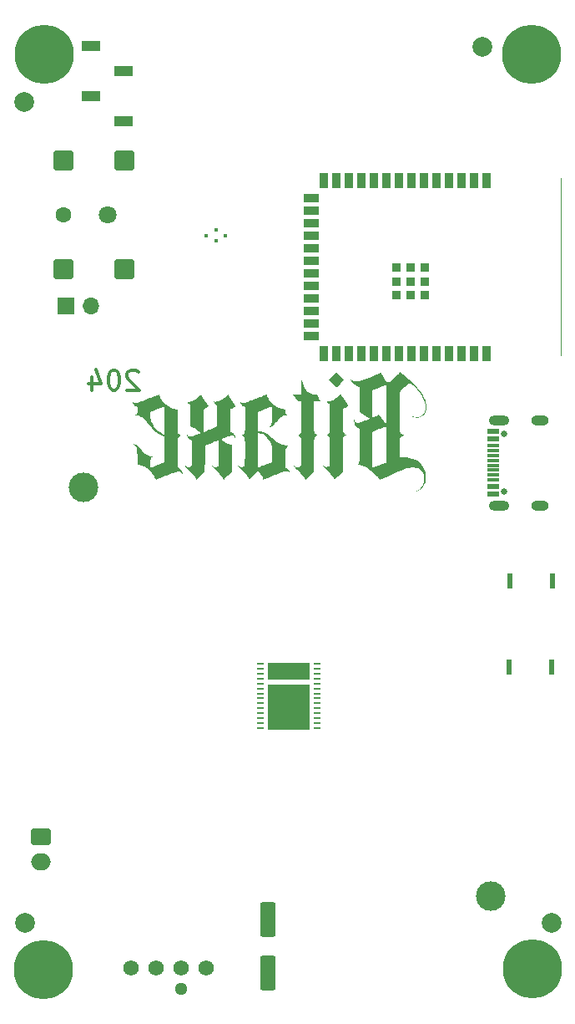
<source format=gbr>
%TF.GenerationSoftware,KiCad,Pcbnew,8.0.1*%
%TF.CreationDate,2024-04-16T22:47:58+08:00*%
%TF.ProjectId,bitaxeUltra,62697461-7865-4556-9c74-72612e6b6963,rev?*%
%TF.SameCoordinates,Original*%
%TF.FileFunction,Soldermask,Bot*%
%TF.FilePolarity,Negative*%
%FSLAX46Y46*%
G04 Gerber Fmt 4.6, Leading zero omitted, Abs format (unit mm)*
G04 Created by KiCad (PCBNEW 8.0.1) date 2024-04-16 22:47:58*
%MOMM*%
%LPD*%
G01*
G04 APERTURE LIST*
G04 Aperture macros list*
%AMRoundRect*
0 Rectangle with rounded corners*
0 $1 Rounding radius*
0 $2 $3 $4 $5 $6 $7 $8 $9 X,Y pos of 4 corners*
0 Add a 4 corners polygon primitive as box body*
4,1,4,$2,$3,$4,$5,$6,$7,$8,$9,$2,$3,0*
0 Add four circle primitives for the rounded corners*
1,1,$1+$1,$2,$3*
1,1,$1+$1,$4,$5*
1,1,$1+$1,$6,$7*
1,1,$1+$1,$8,$9*
0 Add four rect primitives between the rounded corners*
20,1,$1+$1,$2,$3,$4,$5,0*
20,1,$1+$1,$4,$5,$6,$7,0*
20,1,$1+$1,$6,$7,$8,$9,0*
20,1,$1+$1,$8,$9,$2,$3,0*%
G04 Aperture macros list end*
%ADD10C,0.300000*%
%ADD11C,0.120000*%
%ADD12C,0.000000*%
%ADD13C,3.000000*%
%ADD14C,0.800000*%
%ADD15C,6.000000*%
%ADD16C,0.400000*%
%ADD17C,1.295400*%
%ADD18C,1.574800*%
%ADD19R,1.900000X1.000000*%
%ADD20C,2.000000*%
%ADD21R,1.700000X1.700000*%
%ADD22O,1.700000X1.700000*%
%ADD23C,0.650000*%
%ADD24R,1.150000X0.600000*%
%ADD25R,1.150000X0.300000*%
%ADD26O,1.800000X1.000000*%
%ADD27O,2.100000X1.000000*%
%ADD28R,0.900000X1.500000*%
%ADD29R,1.500000X0.900000*%
%ADD30R,0.900000X0.900000*%
%ADD31R,0.792000X0.221000*%
%ADD32R,4.277000X1.810000*%
%ADD33R,4.277000X4.530000*%
%ADD34RoundRect,0.250000X-0.550000X1.500000X-0.550000X-1.500000X0.550000X-1.500000X0.550000X1.500000X0*%
%ADD35C,1.600000*%
%ADD36C,1.800000*%
%ADD37RoundRect,0.250000X0.750000X-0.750000X0.750000X0.750000X-0.750000X0.750000X-0.750000X-0.750000X0*%
%ADD38R,0.508000X1.524000*%
%ADD39RoundRect,0.250000X-0.750000X0.600000X-0.750000X-0.600000X0.750000X-0.600000X0.750000X0.600000X0*%
%ADD40O,2.000000X1.700000*%
G04 APERTURE END LIST*
D10*
X90353679Y-83274114D02*
X90258441Y-83178876D01*
X90258441Y-83178876D02*
X90067965Y-83083638D01*
X90067965Y-83083638D02*
X89591774Y-83083638D01*
X89591774Y-83083638D02*
X89401298Y-83178876D01*
X89401298Y-83178876D02*
X89306060Y-83274114D01*
X89306060Y-83274114D02*
X89210822Y-83464590D01*
X89210822Y-83464590D02*
X89210822Y-83655066D01*
X89210822Y-83655066D02*
X89306060Y-83940780D01*
X89306060Y-83940780D02*
X90448917Y-85083638D01*
X90448917Y-85083638D02*
X89210822Y-85083638D01*
X87972727Y-83083638D02*
X87782250Y-83083638D01*
X87782250Y-83083638D02*
X87591774Y-83178876D01*
X87591774Y-83178876D02*
X87496536Y-83274114D01*
X87496536Y-83274114D02*
X87401298Y-83464590D01*
X87401298Y-83464590D02*
X87306060Y-83845542D01*
X87306060Y-83845542D02*
X87306060Y-84321733D01*
X87306060Y-84321733D02*
X87401298Y-84702685D01*
X87401298Y-84702685D02*
X87496536Y-84893161D01*
X87496536Y-84893161D02*
X87591774Y-84988400D01*
X87591774Y-84988400D02*
X87782250Y-85083638D01*
X87782250Y-85083638D02*
X87972727Y-85083638D01*
X87972727Y-85083638D02*
X88163203Y-84988400D01*
X88163203Y-84988400D02*
X88258441Y-84893161D01*
X88258441Y-84893161D02*
X88353679Y-84702685D01*
X88353679Y-84702685D02*
X88448917Y-84321733D01*
X88448917Y-84321733D02*
X88448917Y-83845542D01*
X88448917Y-83845542D02*
X88353679Y-83464590D01*
X88353679Y-83464590D02*
X88258441Y-83274114D01*
X88258441Y-83274114D02*
X88163203Y-83178876D01*
X88163203Y-83178876D02*
X87972727Y-83083638D01*
X85591774Y-83750304D02*
X85591774Y-85083638D01*
X86067965Y-82988400D02*
X86544155Y-84416971D01*
X86544155Y-84416971D02*
X85306060Y-84416971D01*
D11*
%TO.C,U12*%
X133180000Y-81610000D02*
X133180000Y-63610000D01*
D12*
%TO.C,G\u002A\u002A\u002A*%
G36*
X110835225Y-83669191D02*
G01*
X111225774Y-84059740D01*
X110840646Y-84445290D01*
X110743775Y-84541920D01*
X110649131Y-84635592D01*
X110567917Y-84715197D01*
X110504115Y-84776859D01*
X110461707Y-84816699D01*
X110444677Y-84830841D01*
X110429633Y-84818501D01*
X110388808Y-84780268D01*
X110326321Y-84719953D01*
X110246154Y-84641434D01*
X110152289Y-84548587D01*
X110048708Y-84445290D01*
X109663579Y-84059740D01*
X110054128Y-83669191D01*
X110444677Y-83278642D01*
X110835225Y-83669191D01*
G37*
G36*
X106952962Y-84218195D02*
G01*
X107012788Y-84384727D01*
X107130174Y-84656382D01*
X107260097Y-84893409D01*
X107401616Y-85094547D01*
X107553792Y-85258537D01*
X107715685Y-85384116D01*
X107886356Y-85470027D01*
X107916657Y-85479077D01*
X107996489Y-85494470D01*
X108098933Y-85507422D01*
X108211773Y-85516200D01*
X108448024Y-85528872D01*
X108633717Y-85851383D01*
X108687239Y-85945026D01*
X108740061Y-86039000D01*
X108781920Y-86115205D01*
X108809482Y-86167559D01*
X108819410Y-86189981D01*
X108812654Y-86193248D01*
X108772106Y-86198329D01*
X108701063Y-86202393D01*
X108606604Y-86205090D01*
X108495806Y-86206067D01*
X108172203Y-86206067D01*
X108178046Y-87763614D01*
X108179056Y-88029567D01*
X108180108Y-88286071D01*
X108181182Y-88506491D01*
X108182369Y-88693760D01*
X108183761Y-88850811D01*
X108185446Y-88980576D01*
X108187518Y-89085988D01*
X108190065Y-89169980D01*
X108193180Y-89235484D01*
X108196952Y-89285434D01*
X108201474Y-89322762D01*
X108206835Y-89350400D01*
X108213126Y-89371282D01*
X108220439Y-89388341D01*
X108228864Y-89404508D01*
X108261787Y-89457864D01*
X108349332Y-89557893D01*
X108450475Y-89629877D01*
X108508694Y-89659932D01*
X108417585Y-89713326D01*
X108319765Y-89792653D01*
X108242377Y-89900266D01*
X108195128Y-90023485D01*
X108193591Y-90033321D01*
X108189824Y-90086905D01*
X108186397Y-90179408D01*
X108183334Y-90308844D01*
X108180661Y-90473224D01*
X108178401Y-90670562D01*
X108176578Y-90898870D01*
X108175218Y-91156162D01*
X108174344Y-91440449D01*
X108173980Y-91749745D01*
X108173471Y-93386531D01*
X107742630Y-93787538D01*
X107311790Y-94188545D01*
X107277386Y-94097910D01*
X107247290Y-94032073D01*
X107177868Y-93916154D01*
X107082976Y-93783702D01*
X106967059Y-93640128D01*
X106834561Y-93490847D01*
X106689927Y-93341272D01*
X106537600Y-93196816D01*
X106483754Y-93146978D01*
X106402109Y-93067371D01*
X106327474Y-92990122D01*
X106262576Y-92918696D01*
X106210143Y-92856560D01*
X106172904Y-92807181D01*
X106153586Y-92774024D01*
X106154918Y-92760556D01*
X106179628Y-92770243D01*
X106230444Y-92806551D01*
X106299366Y-92857410D01*
X106369454Y-92896819D01*
X106436950Y-92916253D01*
X106516137Y-92921454D01*
X106532152Y-92921097D01*
X106642284Y-92901731D01*
X106745371Y-92857661D01*
X106824867Y-92795630D01*
X106826684Y-92793536D01*
X106833773Y-92782700D01*
X106839814Y-92766544D01*
X106844873Y-92742039D01*
X106849018Y-92706155D01*
X106852314Y-92655863D01*
X106854829Y-92588133D01*
X106856628Y-92499937D01*
X106857778Y-92388244D01*
X106858346Y-92250025D01*
X106858398Y-92082251D01*
X106858000Y-91881892D01*
X106857219Y-91645920D01*
X106856122Y-91371304D01*
X106850337Y-89987937D01*
X106790861Y-89886750D01*
X106733692Y-89809469D01*
X106627929Y-89721251D01*
X106524473Y-89656939D01*
X106595168Y-89620671D01*
X106660367Y-89577358D01*
X106737556Y-89503287D01*
X106800898Y-89418954D01*
X106838416Y-89338263D01*
X106840403Y-89327806D01*
X106845101Y-89272011D01*
X106849184Y-89174805D01*
X106852651Y-89036374D01*
X106855498Y-88856905D01*
X106857723Y-88636583D01*
X106859323Y-88375593D01*
X106860296Y-88074124D01*
X106860639Y-87732359D01*
X106860755Y-86206067D01*
X106708307Y-86206067D01*
X106555859Y-86206067D01*
X106282673Y-85867470D01*
X106009487Y-85528872D01*
X106435121Y-85523240D01*
X106860755Y-85517608D01*
X106861024Y-84731444D01*
X106861292Y-83945279D01*
X106952962Y-84218195D01*
G37*
G36*
X110875684Y-85508401D02*
G01*
X110901173Y-85546235D01*
X110945271Y-85612062D01*
X111005209Y-85701741D01*
X111078222Y-85811131D01*
X111161542Y-85936090D01*
X111252402Y-86072478D01*
X111628268Y-86636921D01*
X111578013Y-86701135D01*
X111533263Y-86747758D01*
X111443903Y-86815237D01*
X111334780Y-86877924D01*
X111218190Y-86928062D01*
X111111453Y-86965971D01*
X111111453Y-88107771D01*
X111111446Y-88275760D01*
X111111559Y-88507622D01*
X111112114Y-88703489D01*
X111113445Y-88866832D01*
X111115885Y-89001120D01*
X111119767Y-89109823D01*
X111125425Y-89196412D01*
X111133192Y-89264355D01*
X111143400Y-89317123D01*
X111156384Y-89358185D01*
X111172477Y-89391011D01*
X111192011Y-89419071D01*
X111215321Y-89445835D01*
X111242739Y-89474772D01*
X111256864Y-89488805D01*
X111322178Y-89541654D01*
X111387734Y-89580913D01*
X111466066Y-89616790D01*
X111381498Y-89654924D01*
X111375494Y-89657712D01*
X111281872Y-89720387D01*
X111198671Y-89808646D01*
X111140101Y-89907615D01*
X111138050Y-89913353D01*
X111132956Y-89936914D01*
X111128511Y-89974168D01*
X111124674Y-90027659D01*
X111121401Y-90099929D01*
X111118649Y-90193524D01*
X111116374Y-90310985D01*
X111114534Y-90454858D01*
X111113085Y-90627686D01*
X111111983Y-90832012D01*
X111111187Y-91070380D01*
X111110652Y-91345334D01*
X111110335Y-91659417D01*
X111109217Y-93342654D01*
X110688391Y-93742728D01*
X110674494Y-93755934D01*
X110565705Y-93858938D01*
X110467267Y-93951493D01*
X110383136Y-94029930D01*
X110317265Y-94090579D01*
X110273609Y-94129771D01*
X110256123Y-94143836D01*
X110253726Y-94142893D01*
X110237968Y-94118544D01*
X110218096Y-94071351D01*
X110201334Y-94030446D01*
X110153397Y-93941437D01*
X110083781Y-93838666D01*
X109990413Y-93719559D01*
X109871219Y-93581541D01*
X109724123Y-93422036D01*
X109547051Y-93238470D01*
X109543132Y-93234475D01*
X109396872Y-93084228D01*
X109277197Y-92958886D01*
X109184596Y-92859026D01*
X109119552Y-92785223D01*
X109082554Y-92738053D01*
X109074086Y-92718092D01*
X109094636Y-92725916D01*
X109144690Y-92762100D01*
X109161332Y-92775007D01*
X109222126Y-92820072D01*
X109267670Y-92847117D01*
X109311821Y-92863145D01*
X109368432Y-92875156D01*
X109424247Y-92880245D01*
X109532354Y-92868158D01*
X109635541Y-92832791D01*
X109716601Y-92778902D01*
X109777901Y-92720173D01*
X109777784Y-91364474D01*
X109777450Y-91061641D01*
X109776407Y-90777058D01*
X109774652Y-90533703D01*
X109772182Y-90331350D01*
X109768993Y-90169770D01*
X109765081Y-90048738D01*
X109760444Y-89968026D01*
X109755076Y-89927406D01*
X109729641Y-89873164D01*
X109684106Y-89807892D01*
X109627056Y-89741021D01*
X109567001Y-89681715D01*
X109512452Y-89639140D01*
X109471918Y-89622460D01*
X109461738Y-89621456D01*
X109460241Y-89611288D01*
X109496605Y-89588775D01*
X109590651Y-89524440D01*
X109677420Y-89436473D01*
X109738314Y-89341998D01*
X109739156Y-89340168D01*
X109746794Y-89321373D01*
X109753334Y-89298885D01*
X109758862Y-89269539D01*
X109763465Y-89230169D01*
X109767229Y-89177612D01*
X109770239Y-89108701D01*
X109772582Y-89020272D01*
X109774344Y-88909160D01*
X109775610Y-88772200D01*
X109776467Y-88606226D01*
X109777001Y-88408073D01*
X109777298Y-88174578D01*
X109777443Y-87902574D01*
X109777901Y-86546497D01*
X109723429Y-86517344D01*
X109717003Y-86513566D01*
X109670874Y-86477206D01*
X109611948Y-86421367D01*
X109551012Y-86357292D01*
X109498855Y-86296221D01*
X109466268Y-86249396D01*
X109462396Y-86239552D01*
X109467939Y-86227474D01*
X109494743Y-86220368D01*
X109549610Y-86216913D01*
X109639339Y-86215787D01*
X109644743Y-86215764D01*
X109745420Y-86213103D01*
X109821565Y-86204306D01*
X109889472Y-86186406D01*
X109965431Y-86156439D01*
X110083913Y-86098122D01*
X110261573Y-85989272D01*
X110451696Y-85850389D01*
X110649303Y-85684906D01*
X110675153Y-85662002D01*
X110750198Y-85596617D01*
X110811604Y-85544759D01*
X110853607Y-85511228D01*
X110870442Y-85500822D01*
X110875684Y-85508401D01*
G37*
G36*
X94321726Y-88203688D02*
G01*
X94327450Y-89345307D01*
X94390708Y-89447836D01*
X94449755Y-89524977D01*
X94562645Y-89615543D01*
X94671323Y-89680721D01*
X94606011Y-89707774D01*
X94543402Y-89739855D01*
X94442182Y-89826730D01*
X94366349Y-89945412D01*
X94317438Y-90050447D01*
X94317235Y-91492995D01*
X94317031Y-92935544D01*
X94374332Y-92949316D01*
X94504813Y-92999651D01*
X94623731Y-93085425D01*
X94720321Y-93199404D01*
X94789662Y-93335721D01*
X94826830Y-93488511D01*
X94839564Y-93592695D01*
X94798954Y-93519767D01*
X94767864Y-93468659D01*
X94696223Y-93385706D01*
X94612548Y-93336540D01*
X94509179Y-93315767D01*
X94396328Y-93317778D01*
X94279739Y-93339423D01*
X94277012Y-93340249D01*
X94230067Y-93356189D01*
X94151537Y-93384567D01*
X94045832Y-93423686D01*
X93917364Y-93471846D01*
X93770541Y-93527347D01*
X93609773Y-93588491D01*
X93439472Y-93653579D01*
X93264047Y-93720910D01*
X93087908Y-93788787D01*
X92915465Y-93855510D01*
X92751128Y-93919380D01*
X92599308Y-93978697D01*
X92464414Y-94031763D01*
X92350857Y-94076879D01*
X92263046Y-94112345D01*
X92205393Y-94136462D01*
X92182306Y-94147531D01*
X92156950Y-94162429D01*
X92123410Y-94161789D01*
X92108335Y-94137849D01*
X92107708Y-94130648D01*
X92092011Y-94080784D01*
X92058316Y-94005401D01*
X92010789Y-93911903D01*
X91953592Y-93807696D01*
X91890888Y-93700184D01*
X91826843Y-93596772D01*
X91765618Y-93504865D01*
X91711378Y-93431868D01*
X91633746Y-93341345D01*
X91428675Y-93144290D01*
X91199837Y-92976294D01*
X90952588Y-92840495D01*
X90692285Y-92740029D01*
X90424283Y-92678034D01*
X90264283Y-92653320D01*
X90251592Y-91883221D01*
X90250405Y-91812732D01*
X90246370Y-91603183D01*
X90241813Y-91429431D01*
X90236204Y-91286956D01*
X90229012Y-91171235D01*
X90219709Y-91077750D01*
X90207764Y-91001978D01*
X90192648Y-90939400D01*
X90173831Y-90885494D01*
X90150784Y-90835740D01*
X90122975Y-90785617D01*
X90120847Y-90782042D01*
X90055158Y-90699440D01*
X89968535Y-90624924D01*
X89878803Y-90573944D01*
X89873811Y-90570360D01*
X89893019Y-90568784D01*
X89941313Y-90573315D01*
X90042375Y-90597494D01*
X90160102Y-90644707D01*
X90275032Y-90706919D01*
X90371015Y-90776491D01*
X90398820Y-90803695D01*
X90454315Y-90864996D01*
X90523987Y-90947126D01*
X90601656Y-91042752D01*
X90681141Y-91144537D01*
X90734840Y-91213508D01*
X90818912Y-91317242D01*
X90899591Y-91412229D01*
X90969785Y-91490190D01*
X91022398Y-91542845D01*
X91062638Y-91577211D01*
X91215232Y-91682141D01*
X91381116Y-91762486D01*
X91549910Y-91813887D01*
X91711234Y-91831990D01*
X91805458Y-91831990D01*
X91727919Y-91884679D01*
X91726511Y-91885637D01*
X91680191Y-91919536D01*
X91644507Y-91954123D01*
X91617967Y-91995254D01*
X91599082Y-92048782D01*
X91586361Y-92120563D01*
X91578314Y-92216452D01*
X91573451Y-92342305D01*
X91570280Y-92503975D01*
X91570271Y-92504579D01*
X91568454Y-92654882D01*
X91568425Y-92767967D01*
X91570389Y-92848244D01*
X91574549Y-92900125D01*
X91581111Y-92928019D01*
X91590277Y-92936337D01*
X91591076Y-92936279D01*
X91620124Y-92927830D01*
X91682001Y-92906515D01*
X91771195Y-92874430D01*
X91882191Y-92833666D01*
X92009476Y-92786318D01*
X92147538Y-92734478D01*
X92290864Y-92680241D01*
X92433940Y-92625699D01*
X92571254Y-92572945D01*
X92697292Y-92524073D01*
X92806541Y-92481175D01*
X92893488Y-92446347D01*
X92952621Y-92421679D01*
X92978425Y-92409267D01*
X92980554Y-92406582D01*
X92985763Y-92388149D01*
X92990120Y-92351420D01*
X92993668Y-92293796D01*
X92996447Y-92212681D01*
X92998497Y-92105477D01*
X92999861Y-91969587D01*
X93000578Y-91802416D01*
X93000690Y-91601364D01*
X93000238Y-91363836D01*
X92999262Y-91087234D01*
X92993897Y-89785247D01*
X92845552Y-89747576D01*
X92795197Y-89733623D01*
X92584188Y-89650458D01*
X92373511Y-89528486D01*
X92166508Y-89369879D01*
X91966522Y-89176806D01*
X91954304Y-89163562D01*
X91894802Y-89097043D01*
X91816697Y-89007551D01*
X91726200Y-88902295D01*
X91629520Y-88788485D01*
X91532865Y-88673329D01*
X91411974Y-88529984D01*
X91249584Y-88344170D01*
X91104594Y-88187826D01*
X90973619Y-88057822D01*
X90853274Y-87951029D01*
X90740175Y-87864315D01*
X90630938Y-87794552D01*
X90522177Y-87738608D01*
X90514875Y-87735308D01*
X90404294Y-87692014D01*
X90286919Y-87656257D01*
X90177336Y-87631939D01*
X90090130Y-87622966D01*
X90018498Y-87622966D01*
X90056588Y-87597653D01*
X91567307Y-87597653D01*
X91567708Y-87650108D01*
X91576720Y-87862890D01*
X91599702Y-88047668D01*
X91639589Y-88214539D01*
X91699311Y-88373600D01*
X91781803Y-88534948D01*
X91889995Y-88708680D01*
X91917006Y-88748242D01*
X92050892Y-88921724D01*
X92203075Y-89088150D01*
X92366516Y-89241311D01*
X92534179Y-89374999D01*
X92699026Y-89483007D01*
X92854021Y-89559125D01*
X92900901Y-89576869D01*
X92955065Y-89595307D01*
X92984250Y-89602457D01*
X92987222Y-89592193D01*
X92991070Y-89543051D01*
X92994468Y-89454586D01*
X92997396Y-89328175D01*
X92999836Y-89165195D01*
X93001767Y-88967024D01*
X93003170Y-88735040D01*
X93004026Y-88470619D01*
X93004316Y-88175140D01*
X93004259Y-88026074D01*
X93003937Y-87793751D01*
X93003352Y-87576138D01*
X93002527Y-87376604D01*
X93001489Y-87198520D01*
X93000260Y-87045257D01*
X92998866Y-86920185D01*
X92997331Y-86826675D01*
X92995680Y-86768097D01*
X92993937Y-86747822D01*
X92991503Y-86748422D01*
X92959821Y-86759684D01*
X92896275Y-86783599D01*
X92806237Y-86818064D01*
X92695077Y-86860979D01*
X92568166Y-86910239D01*
X92430874Y-86963742D01*
X92288571Y-87019386D01*
X92146628Y-87075069D01*
X92010417Y-87128688D01*
X91885306Y-87178140D01*
X91776668Y-87221323D01*
X91689872Y-87256135D01*
X91630289Y-87280473D01*
X91603290Y-87292234D01*
X91594124Y-87298428D01*
X91582050Y-87315882D01*
X91574136Y-87347708D01*
X91569576Y-87400731D01*
X91567568Y-87481772D01*
X91567307Y-87597653D01*
X90056588Y-87597653D01*
X90089298Y-87575915D01*
X90109228Y-87560563D01*
X90163325Y-87502836D01*
X90206982Y-87436061D01*
X90217845Y-87413574D01*
X90233814Y-87371933D01*
X90244274Y-87324765D01*
X90250353Y-87263036D01*
X90253174Y-87177714D01*
X90253865Y-87059764D01*
X90253865Y-86776270D01*
X90143230Y-86741395D01*
X90058403Y-86706242D01*
X89939051Y-86622638D01*
X89843108Y-86510508D01*
X89775444Y-86376095D01*
X89740927Y-86225641D01*
X89729100Y-86112301D01*
X89775716Y-86202561D01*
X89838802Y-86289077D01*
X89932429Y-86361967D01*
X90039340Y-86403558D01*
X90070304Y-86406574D01*
X90146405Y-86401553D01*
X90233759Y-86384628D01*
X90243350Y-86381914D01*
X90296052Y-86364473D01*
X90379854Y-86334744D01*
X90490374Y-86294407D01*
X90623228Y-86245146D01*
X90774034Y-86188642D01*
X90938409Y-86126576D01*
X91111969Y-86060630D01*
X91290333Y-85992487D01*
X91469118Y-85923827D01*
X91643940Y-85856333D01*
X91810416Y-85791686D01*
X91964165Y-85731569D01*
X92100803Y-85677662D01*
X92215947Y-85631648D01*
X92305215Y-85595208D01*
X92364223Y-85570025D01*
X92388590Y-85557779D01*
X92414471Y-85541528D01*
X92448806Y-85549415D01*
X92472066Y-85595165D01*
X92475889Y-85607757D01*
X92497208Y-85662159D01*
X92530356Y-85736720D01*
X92569968Y-85819160D01*
X92595756Y-85869606D01*
X92758633Y-86140535D01*
X92945653Y-86377530D01*
X93156687Y-86580498D01*
X93391607Y-86749341D01*
X93650281Y-86883965D01*
X93932582Y-86984274D01*
X94238379Y-87050172D01*
X94316002Y-87062069D01*
X94321583Y-88175140D01*
X94321726Y-88203688D01*
G37*
G36*
X105245907Y-92057041D02*
G01*
X105245907Y-92917613D01*
X105370928Y-92967812D01*
X105430008Y-92995089D01*
X105554364Y-93083226D01*
X105649593Y-93200838D01*
X105714408Y-93346505D01*
X105734620Y-93417897D01*
X105750000Y-93484787D01*
X105755573Y-93527171D01*
X105753328Y-93550543D01*
X105743744Y-93547509D01*
X105721785Y-93509348D01*
X105693905Y-93462287D01*
X105611304Y-93368746D01*
X105512841Y-93310573D01*
X105402588Y-93290562D01*
X105354520Y-93295517D01*
X105280084Y-93309868D01*
X105198761Y-93330325D01*
X105196858Y-93330871D01*
X105147588Y-93346997D01*
X105066904Y-93375570D01*
X104959208Y-93414896D01*
X104828901Y-93463281D01*
X104680384Y-93519031D01*
X104518060Y-93580452D01*
X104346329Y-93645850D01*
X104169594Y-93713530D01*
X103992255Y-93781799D01*
X103818714Y-93848961D01*
X103653373Y-93913324D01*
X103500633Y-93973193D01*
X103364896Y-94026874D01*
X103250563Y-94072673D01*
X103162036Y-94108895D01*
X103103716Y-94133846D01*
X103080005Y-94145833D01*
X103066191Y-94157840D01*
X103049936Y-94160477D01*
X103033194Y-94141356D01*
X103011533Y-94094620D01*
X102980518Y-94014414D01*
X102957215Y-93956363D01*
X102865871Y-93771175D01*
X102749948Y-93583181D01*
X102617823Y-93406421D01*
X102498437Y-93261820D01*
X102054938Y-93718972D01*
X102010996Y-93764104D01*
X101902447Y-93874102D01*
X101806275Y-93969421D01*
X101725747Y-94046955D01*
X101664126Y-94103597D01*
X101624678Y-94136240D01*
X101610667Y-94141776D01*
X101610188Y-94135996D01*
X101594021Y-94084945D01*
X101558675Y-94011146D01*
X101509185Y-93923607D01*
X101450586Y-93831333D01*
X101387913Y-93743331D01*
X101356524Y-93704912D01*
X101294815Y-93634712D01*
X101213091Y-93545222D01*
X101116602Y-93442104D01*
X101010600Y-93331021D01*
X100900335Y-93217634D01*
X100861484Y-93178017D01*
X100728732Y-93041405D01*
X100625077Y-92932341D01*
X100549720Y-92849813D01*
X100501860Y-92792811D01*
X100480696Y-92760325D01*
X100485428Y-92751343D01*
X100515255Y-92764856D01*
X100569376Y-92799853D01*
X100621986Y-92833797D01*
X100684304Y-92868648D01*
X100728345Y-92887115D01*
X100754000Y-92891983D01*
X100854280Y-92890795D01*
X100963060Y-92865032D01*
X101063798Y-92818099D01*
X101161904Y-92757447D01*
X101167267Y-91417164D01*
X101167527Y-91347696D01*
X101167849Y-91206887D01*
X102485038Y-91206887D01*
X102485101Y-91363235D01*
X102485493Y-91620762D01*
X102486217Y-91864144D01*
X102487246Y-92090323D01*
X102488553Y-92296239D01*
X102490109Y-92478834D01*
X102491887Y-92635049D01*
X102493859Y-92761825D01*
X102495998Y-92856105D01*
X102498276Y-92914828D01*
X102500665Y-92934936D01*
X102519082Y-92928771D01*
X102572479Y-92909080D01*
X102656175Y-92877532D01*
X102765668Y-92835843D01*
X102896456Y-92785727D01*
X103044036Y-92728899D01*
X103203906Y-92667074D01*
X103891518Y-92400612D01*
X103896970Y-91570235D01*
X103898110Y-91398476D01*
X103899062Y-91211383D01*
X103898896Y-91057340D01*
X103897027Y-90931497D01*
X103892866Y-90829007D01*
X103885829Y-90745021D01*
X103875328Y-90674692D01*
X103860777Y-90613171D01*
X103841589Y-90555610D01*
X103817178Y-90497162D01*
X103786957Y-90432977D01*
X103750340Y-90358209D01*
X103710480Y-90281669D01*
X103588173Y-90089899D01*
X103445758Y-89917878D01*
X103287874Y-89769139D01*
X103119161Y-89647217D01*
X102944256Y-89555645D01*
X102767800Y-89497956D01*
X102594431Y-89477684D01*
X102485038Y-89477437D01*
X102485038Y-91206887D01*
X101167849Y-91206887D01*
X101168186Y-91059654D01*
X101168058Y-90802734D01*
X101167160Y-90578444D01*
X101165509Y-90388289D01*
X101163121Y-90233776D01*
X101160012Y-90116412D01*
X101156200Y-90037703D01*
X101151701Y-89999156D01*
X101146978Y-89983090D01*
X101093056Y-89872002D01*
X101011135Y-89775451D01*
X100912147Y-89706778D01*
X100814920Y-89659712D01*
X100895809Y-89623496D01*
X100952938Y-89589809D01*
X101035424Y-89515822D01*
X101104781Y-89425817D01*
X101148140Y-89334529D01*
X101150874Y-89322142D01*
X101156156Y-89274719D01*
X101160633Y-89197578D01*
X101164335Y-89089011D01*
X101167294Y-88947312D01*
X101169541Y-88770773D01*
X101171107Y-88557687D01*
X101172024Y-88306346D01*
X101172322Y-88015043D01*
X101172322Y-86776270D01*
X101061688Y-86741395D01*
X100976861Y-86706242D01*
X100857509Y-86622638D01*
X100761566Y-86510508D01*
X100693901Y-86376095D01*
X100659385Y-86225641D01*
X100647558Y-86112301D01*
X100694174Y-86202561D01*
X100757393Y-86289208D01*
X100850913Y-86361994D01*
X100957591Y-86403513D01*
X100983192Y-86406375D01*
X101061203Y-86401151D01*
X101155540Y-86381207D01*
X101170133Y-86376746D01*
X101228147Y-86356820D01*
X101318109Y-86324409D01*
X101435294Y-86281315D01*
X101574974Y-86229342D01*
X101732423Y-86170292D01*
X101902914Y-86105966D01*
X102081721Y-86038168D01*
X102264115Y-85968700D01*
X102445372Y-85899364D01*
X102620763Y-85831963D01*
X102785563Y-85768298D01*
X102935043Y-85710173D01*
X103064479Y-85659390D01*
X103169142Y-85617751D01*
X103244306Y-85587059D01*
X103285245Y-85569115D01*
X103316302Y-85554335D01*
X103356014Y-85542142D01*
X103376900Y-85554798D01*
X103390524Y-85595165D01*
X103408235Y-85646507D01*
X103445078Y-85729953D01*
X103494694Y-85830182D01*
X103551983Y-85937350D01*
X103611849Y-86041616D01*
X103669192Y-86133138D01*
X103677407Y-86145375D01*
X103819863Y-86327650D01*
X103991568Y-86501823D01*
X104182778Y-86659787D01*
X104383750Y-86793439D01*
X104584739Y-86894673D01*
X104686352Y-86932559D01*
X104838590Y-86979085D01*
X105001368Y-87019755D01*
X105157351Y-87049874D01*
X105235489Y-87062262D01*
X105235832Y-87212384D01*
X105238365Y-87275518D01*
X105263321Y-87400449D01*
X105316628Y-87498900D01*
X105400372Y-87575467D01*
X105470856Y-87622966D01*
X105389637Y-87623274D01*
X105342452Y-87626378D01*
X105260955Y-87637788D01*
X105176626Y-87654651D01*
X105168801Y-87656518D01*
X105045374Y-87693013D01*
X104931246Y-87742438D01*
X104821443Y-87808680D01*
X104710993Y-87895628D01*
X104594922Y-88007171D01*
X104468254Y-88147195D01*
X104326018Y-88319590D01*
X104282507Y-88373427D01*
X104152540Y-88524765D01*
X104035793Y-88643604D01*
X103927727Y-88733388D01*
X103823802Y-88797564D01*
X103719480Y-88839575D01*
X103610222Y-88862866D01*
X103516457Y-88875353D01*
X103578967Y-88840531D01*
X103614314Y-88819059D01*
X103722445Y-88727057D01*
X103801212Y-88615712D01*
X103817538Y-88582297D01*
X103839986Y-88527551D01*
X103858492Y-88466967D01*
X103873521Y-88396066D01*
X103885538Y-88310368D01*
X103895008Y-88205395D01*
X103902396Y-88076666D01*
X103908168Y-87919703D01*
X103912789Y-87730026D01*
X103916722Y-87503155D01*
X103918938Y-87331049D01*
X103920220Y-87172141D01*
X103920579Y-87031738D01*
X103920037Y-86914473D01*
X103918615Y-86824977D01*
X103916334Y-86767883D01*
X103913217Y-86747822D01*
X103911509Y-86748169D01*
X103881561Y-86758513D01*
X103819409Y-86781673D01*
X103730439Y-86815544D01*
X103620033Y-86858017D01*
X103493574Y-86906988D01*
X103356446Y-86960350D01*
X103214031Y-87015995D01*
X103071713Y-87071817D01*
X102934875Y-87125710D01*
X102808900Y-87175568D01*
X102699172Y-87219283D01*
X102611073Y-87254749D01*
X102549987Y-87279860D01*
X102521297Y-87292509D01*
X102520880Y-87292735D01*
X102512403Y-87299608D01*
X102505397Y-87312441D01*
X102499752Y-87334805D01*
X102495353Y-87370271D01*
X102492090Y-87422410D01*
X102489848Y-87494794D01*
X102488517Y-87590994D01*
X102487983Y-87714581D01*
X102488134Y-87869126D01*
X102488858Y-88058200D01*
X102490041Y-88285376D01*
X102495456Y-89258651D01*
X102682987Y-89271588D01*
X102787792Y-89282177D01*
X102905062Y-89304056D01*
X103019997Y-89338459D01*
X103137092Y-89387853D01*
X103260844Y-89454704D01*
X103395750Y-89541480D01*
X103546306Y-89650647D01*
X103717009Y-89784672D01*
X103912355Y-89946021D01*
X104063378Y-90070861D01*
X104258942Y-90224002D01*
X104436714Y-90350755D01*
X104602421Y-90453993D01*
X104761789Y-90536591D01*
X104920541Y-90601423D01*
X105084404Y-90651362D01*
X105259103Y-90689283D01*
X105450363Y-90718060D01*
X105550635Y-90730584D01*
X105464210Y-90824345D01*
X105416622Y-90883718D01*
X105359239Y-90970458D01*
X105311846Y-91057287D01*
X105245907Y-91196469D01*
X105245907Y-91211383D01*
X105245907Y-92057041D01*
G37*
G36*
X96706501Y-85545981D02*
G01*
X96733746Y-85582419D01*
X96779421Y-85646962D01*
X96840714Y-85735534D01*
X96914811Y-85844058D01*
X96998900Y-85968457D01*
X97090168Y-86104653D01*
X97097526Y-86115680D01*
X97199815Y-86269346D01*
X97281048Y-86392518D01*
X97343387Y-86488969D01*
X97388996Y-86562474D01*
X97420041Y-86616805D01*
X97438685Y-86655736D01*
X97447092Y-86683040D01*
X97447426Y-86702490D01*
X97441852Y-86717861D01*
X97403760Y-86765286D01*
X97336242Y-86823661D01*
X97250643Y-86883879D01*
X97157364Y-86938652D01*
X97066802Y-86980692D01*
X96942462Y-87028906D01*
X96942462Y-88190661D01*
X96942504Y-88337706D01*
X96942711Y-88545010D01*
X96943077Y-88736786D01*
X96943586Y-88909299D01*
X96944219Y-89058812D01*
X96944961Y-89181593D01*
X96945795Y-89273905D01*
X96946704Y-89332013D01*
X96947671Y-89352183D01*
X96947698Y-89352180D01*
X96968225Y-89344530D01*
X97023120Y-89323347D01*
X97108047Y-89290323D01*
X97218668Y-89247151D01*
X97350647Y-89195523D01*
X97499647Y-89137132D01*
X97661330Y-89073671D01*
X98369779Y-88795393D01*
X98362012Y-87708027D01*
X98354244Y-86620662D01*
X98177209Y-86443627D01*
X98175209Y-86441626D01*
X98107799Y-86372952D01*
X98053813Y-86315646D01*
X98018693Y-86275644D01*
X98007881Y-86258886D01*
X98016822Y-86257395D01*
X98057030Y-86260608D01*
X98116841Y-86270096D01*
X98188347Y-86277931D01*
X98338102Y-86265427D01*
X98503088Y-86218008D01*
X98680623Y-86136997D01*
X98868029Y-86023716D01*
X99062626Y-85879484D01*
X99261732Y-85705624D01*
X99334897Y-85639603D01*
X99396864Y-85588785D01*
X99441359Y-85558013D01*
X99462319Y-85551933D01*
X99463756Y-85553759D01*
X99483075Y-85581451D01*
X99521185Y-85637535D01*
X99574657Y-85716869D01*
X99640060Y-85814309D01*
X99713966Y-85924713D01*
X99792943Y-86042938D01*
X99873563Y-86163841D01*
X99952394Y-86282279D01*
X100026007Y-86393110D01*
X100090971Y-86491190D01*
X100143858Y-86571378D01*
X100181237Y-86628529D01*
X100199677Y-86657502D01*
X100202687Y-86677535D01*
X100181029Y-86721509D01*
X100132175Y-86775372D01*
X100062480Y-86833989D01*
X99978298Y-86892226D01*
X99885982Y-86944948D01*
X99791888Y-86987021D01*
X99692913Y-87024362D01*
X99692913Y-88177971D01*
X99692913Y-88202922D01*
X99692989Y-88447975D01*
X99693264Y-88654867D01*
X99693841Y-88826811D01*
X99694822Y-88967021D01*
X99696308Y-89078709D01*
X99698400Y-89165087D01*
X99701201Y-89229369D01*
X99704811Y-89274768D01*
X99709332Y-89304496D01*
X99714866Y-89321766D01*
X99721514Y-89329790D01*
X99729377Y-89331783D01*
X99758104Y-89335512D01*
X99830765Y-89361581D01*
X99912972Y-89406164D01*
X99991721Y-89461696D01*
X100054008Y-89520613D01*
X100062167Y-89530468D01*
X100125193Y-89629410D01*
X100172661Y-89744429D01*
X100175591Y-89753963D01*
X100202672Y-89850092D01*
X100213384Y-89908414D01*
X100207608Y-89929456D01*
X100185224Y-89913747D01*
X100146112Y-89861816D01*
X100099776Y-89801503D01*
X100017517Y-89730768D01*
X99923233Y-89694737D01*
X99811097Y-89691652D01*
X99675283Y-89719754D01*
X99658101Y-89724970D01*
X99592826Y-89746835D01*
X99504354Y-89778285D01*
X99399613Y-89816671D01*
X99285531Y-89859345D01*
X99169038Y-89903657D01*
X99057061Y-89946958D01*
X98956530Y-89986601D01*
X98874373Y-90019936D01*
X98817519Y-90044314D01*
X98792896Y-90057087D01*
X98794223Y-90064982D01*
X98820552Y-90093977D01*
X98871986Y-90138478D01*
X98942306Y-90193903D01*
X99025294Y-90255672D01*
X99114729Y-90319201D01*
X99204392Y-90379909D01*
X99288064Y-90433214D01*
X99359525Y-90474534D01*
X99365144Y-90477509D01*
X99462868Y-90523448D01*
X99569044Y-90565033D01*
X99661658Y-90593591D01*
X99666067Y-90594667D01*
X99741312Y-90613106D01*
X99801360Y-90627954D01*
X99833561Y-90636083D01*
X99836707Y-90639436D01*
X99841704Y-90658717D01*
X99845973Y-90697180D01*
X99849559Y-90757325D01*
X99852512Y-90841650D01*
X99854880Y-90952654D01*
X99856709Y-91092836D01*
X99858049Y-91264694D01*
X99858946Y-91470729D01*
X99859450Y-91713438D01*
X99859607Y-91995320D01*
X99859607Y-93347654D01*
X99427244Y-93755422D01*
X99404238Y-93777116D01*
X99294849Y-93880180D01*
X99196559Y-93972643D01*
X99113209Y-94050904D01*
X99048639Y-94111360D01*
X99006690Y-94150408D01*
X98991200Y-94164448D01*
X98983944Y-94152795D01*
X98963748Y-94112367D01*
X98935831Y-94052805D01*
X98927664Y-94035265D01*
X98883562Y-93950046D01*
X98830779Y-93864455D01*
X98765619Y-93773887D01*
X98684386Y-93673735D01*
X98583382Y-93559395D01*
X98458911Y-93426260D01*
X98307276Y-93269726D01*
X98305399Y-93267810D01*
X98157582Y-93115980D01*
X98038670Y-92991444D01*
X97947409Y-92892768D01*
X97882544Y-92818517D01*
X97842823Y-92767257D01*
X97826990Y-92737553D01*
X97833794Y-92727970D01*
X97857596Y-92740102D01*
X97892514Y-92772586D01*
X97916248Y-92795183D01*
X97994394Y-92844432D01*
X98087213Y-92880163D01*
X98175683Y-92894206D01*
X98247284Y-92888511D01*
X98343301Y-92858010D01*
X98447917Y-92796900D01*
X98526055Y-92743139D01*
X98526055Y-91452690D01*
X98526019Y-91221891D01*
X98525836Y-90991437D01*
X98525421Y-90797043D01*
X98524687Y-90635699D01*
X98523549Y-90504396D01*
X98521921Y-90400123D01*
X98519717Y-90319872D01*
X98516852Y-90260631D01*
X98513238Y-90219392D01*
X98508791Y-90193146D01*
X98503425Y-90178881D01*
X98497053Y-90173589D01*
X98489591Y-90174259D01*
X98471920Y-90180672D01*
X98417968Y-90200893D01*
X98333520Y-90232837D01*
X98223354Y-90274688D01*
X98092251Y-90324627D01*
X97944990Y-90380840D01*
X97786350Y-90441511D01*
X97119574Y-90696744D01*
X97109156Y-92030574D01*
X97098737Y-93364404D01*
X96673016Y-93762351D01*
X96247294Y-94160299D01*
X96170263Y-94006964D01*
X96142674Y-93954637D01*
X96093816Y-93872976D01*
X96034864Y-93787659D01*
X95962404Y-93694573D01*
X95873024Y-93589607D01*
X95763314Y-93468650D01*
X95629859Y-93327592D01*
X95469249Y-93162319D01*
X95374914Y-93065374D01*
X95281923Y-92968131D01*
X95202872Y-92883678D01*
X95141624Y-92816203D01*
X95102043Y-92769895D01*
X95087991Y-92748941D01*
X95090868Y-92744264D01*
X95115019Y-92752041D01*
X95155710Y-92781367D01*
X95165367Y-92789255D01*
X95229267Y-92833723D01*
X95290480Y-92866566D01*
X95316736Y-92876166D01*
X95430229Y-92892950D01*
X95549155Y-92878166D01*
X95660118Y-92834757D01*
X95749721Y-92765667D01*
X95796766Y-92714519D01*
X95791394Y-91446728D01*
X95786022Y-90178937D01*
X95692257Y-90148066D01*
X95630330Y-90124001D01*
X95501543Y-90046464D01*
X95397330Y-89943431D01*
X95323210Y-89821157D01*
X95284699Y-89685901D01*
X95281411Y-89662346D01*
X95271258Y-89596642D01*
X95262743Y-89550365D01*
X95263870Y-89541935D01*
X95278975Y-89560050D01*
X95305553Y-89605670D01*
X95324570Y-89638094D01*
X95370170Y-89701605D01*
X95413066Y-89746248D01*
X95430694Y-89758928D01*
X95514043Y-89799520D01*
X95605620Y-89821644D01*
X95686267Y-89820117D01*
X95709181Y-89813143D01*
X95766534Y-89793254D01*
X95849794Y-89763222D01*
X95952460Y-89725498D01*
X96068028Y-89682535D01*
X96189997Y-89636783D01*
X96311864Y-89590693D01*
X96427125Y-89546717D01*
X96529280Y-89507305D01*
X96611824Y-89474909D01*
X96668255Y-89451981D01*
X96692072Y-89440971D01*
X96687231Y-89429777D01*
X96658014Y-89398671D01*
X96610349Y-89356238D01*
X96489318Y-89256395D01*
X96336170Y-89135564D01*
X96203754Y-89039220D01*
X96087095Y-88964239D01*
X95981218Y-88907500D01*
X95881149Y-88865880D01*
X95781913Y-88836256D01*
X95636105Y-88800461D01*
X95624307Y-87697840D01*
X95621954Y-87482338D01*
X95619482Y-87273333D01*
X95617086Y-87099696D01*
X95614616Y-86958072D01*
X95611923Y-86845104D01*
X95608856Y-86757438D01*
X95605267Y-86691718D01*
X95601005Y-86644589D01*
X95595922Y-86612695D01*
X95589867Y-86592680D01*
X95582692Y-86581189D01*
X95574245Y-86574866D01*
X95550190Y-86558265D01*
X95498780Y-86513511D01*
X95437647Y-86453974D01*
X95376874Y-86389999D01*
X95326543Y-86331933D01*
X95296738Y-86290123D01*
X95284758Y-86266055D01*
X95286841Y-86251655D01*
X95320616Y-86260230D01*
X95353148Y-86266914D01*
X95419803Y-86272800D01*
X95496967Y-86274010D01*
X95607121Y-86261676D01*
X95768216Y-86214805D01*
X95941656Y-86135294D01*
X96123220Y-86025472D01*
X96308692Y-85887663D01*
X96493853Y-85724195D01*
X96505163Y-85713404D01*
X96577511Y-85645392D01*
X96638159Y-85590075D01*
X96681035Y-85552894D01*
X96700072Y-85539291D01*
X96706501Y-85545981D01*
G37*
G36*
X117551978Y-84631446D02*
G01*
X117408593Y-84753929D01*
X117357351Y-84798345D01*
X117250367Y-84892961D01*
X117152838Y-84981656D01*
X117070371Y-85059203D01*
X117008573Y-85120373D01*
X116973054Y-85159940D01*
X116961784Y-85174683D01*
X116941173Y-85201915D01*
X116923062Y-85228277D01*
X116907287Y-85256429D01*
X116893689Y-85289028D01*
X116882106Y-85328734D01*
X116872377Y-85378206D01*
X116864340Y-85440103D01*
X116857834Y-85517083D01*
X116852698Y-85611806D01*
X116848770Y-85726931D01*
X116845889Y-85865117D01*
X116843894Y-86029022D01*
X116842623Y-86221306D01*
X116841916Y-86444627D01*
X116841610Y-86701645D01*
X116841545Y-86995019D01*
X116841559Y-87327407D01*
X116841619Y-87555697D01*
X116841952Y-87873173D01*
X116842603Y-88152341D01*
X116843599Y-88395236D01*
X116844965Y-88603897D01*
X116846729Y-88780360D01*
X116848918Y-88926663D01*
X116851559Y-89044842D01*
X116854677Y-89136935D01*
X116858300Y-89204980D01*
X116862455Y-89251012D01*
X116867168Y-89277070D01*
X116878577Y-89308226D01*
X116935759Y-89402897D01*
X117019252Y-89492370D01*
X117118220Y-89566337D01*
X117221830Y-89614491D01*
X117276108Y-89632921D01*
X117323429Y-89652795D01*
X117341641Y-89665981D01*
X117325794Y-89678653D01*
X117280349Y-89700535D01*
X117215681Y-89726148D01*
X117101531Y-89779032D01*
X116983060Y-89869944D01*
X116897633Y-89985964D01*
X116893671Y-89993444D01*
X116883481Y-90014628D01*
X116875060Y-90038148D01*
X116868209Y-90067938D01*
X116862729Y-90107931D01*
X116858418Y-90162062D01*
X116855079Y-90234262D01*
X116852511Y-90328468D01*
X116850515Y-90448611D01*
X116848994Y-90589040D01*
X116848890Y-90598626D01*
X116847437Y-90782446D01*
X116845957Y-91004006D01*
X116839937Y-91936728D01*
X116950141Y-91926665D01*
X117072216Y-91915969D01*
X117188994Y-91907519D01*
X117286335Y-91903508D01*
X117376162Y-91903737D01*
X117470400Y-91908007D01*
X117580972Y-91916118D01*
X117886215Y-91956593D01*
X118179448Y-92030141D01*
X118445953Y-92135300D01*
X118685313Y-92271739D01*
X118897113Y-92439128D01*
X119080939Y-92637137D01*
X119236373Y-92865434D01*
X119363001Y-93123689D01*
X119460407Y-93411572D01*
X119479871Y-93486304D01*
X119495620Y-93559932D01*
X119506130Y-93633392D01*
X119512487Y-93717140D01*
X119515776Y-93821636D01*
X119517084Y-93957338D01*
X119517347Y-94044669D01*
X119516676Y-94151474D01*
X119513804Y-94231084D01*
X119507717Y-94292299D01*
X119497406Y-94343924D01*
X119481858Y-94394760D01*
X119460062Y-94453611D01*
X119458056Y-94458814D01*
X119352858Y-94684259D01*
X119223392Y-94882650D01*
X119072458Y-95050860D01*
X118902851Y-95185758D01*
X118717371Y-95284216D01*
X118674960Y-95301063D01*
X118605462Y-95324716D01*
X118569462Y-95330995D01*
X118568476Y-95320967D01*
X118604019Y-95295695D01*
X118677603Y-95256245D01*
X118824002Y-95166551D01*
X118973098Y-95038521D01*
X119101549Y-94888943D01*
X119199002Y-94728298D01*
X119267605Y-94567329D01*
X119314489Y-94406662D01*
X119340790Y-94235974D01*
X119349703Y-94040685D01*
X119349743Y-94030300D01*
X119339393Y-93825340D01*
X119305883Y-93649759D01*
X119246700Y-93496975D01*
X119159327Y-93360409D01*
X119041250Y-93233477D01*
X119023281Y-93217159D01*
X118875488Y-93105835D01*
X118713447Y-93024332D01*
X118532150Y-92971121D01*
X118326592Y-92944673D01*
X118091765Y-92943460D01*
X118068218Y-92944554D01*
X117887016Y-92958833D01*
X117716957Y-92984480D01*
X117548962Y-93023967D01*
X117373953Y-93079772D01*
X117182852Y-93154369D01*
X116966580Y-93250233D01*
X116915321Y-93273712D01*
X116816728Y-93318283D01*
X116689159Y-93375511D01*
X116537890Y-93443046D01*
X116368196Y-93518537D01*
X116185351Y-93599636D01*
X115994633Y-93683993D01*
X115801314Y-93769257D01*
X115715367Y-93807098D01*
X115519969Y-93892974D01*
X115358064Y-93963733D01*
X115226339Y-94020646D01*
X115121482Y-94064987D01*
X115040177Y-94098029D01*
X114979112Y-94121043D01*
X114934973Y-94135304D01*
X114904446Y-94142082D01*
X114884218Y-94142652D01*
X114870975Y-94138285D01*
X114861403Y-94130255D01*
X114857136Y-94125659D01*
X114824653Y-94090072D01*
X114772177Y-94032128D01*
X114705973Y-93958756D01*
X114632308Y-93876886D01*
X114619370Y-93862541D01*
X114403144Y-93637346D01*
X114177034Y-93427318D01*
X113945951Y-93236060D01*
X113714805Y-93067176D01*
X113488508Y-92924267D01*
X113271972Y-92810938D01*
X113070107Y-92730792D01*
X112994020Y-92709415D01*
X112892415Y-92686191D01*
X112785939Y-92665823D01*
X112689578Y-92651157D01*
X112618317Y-92645036D01*
X112615148Y-92632226D01*
X112631373Y-92594018D01*
X112664519Y-92539357D01*
X112693873Y-92492129D01*
X112732736Y-92417950D01*
X112756759Y-92357035D01*
X112761033Y-92321246D01*
X112764958Y-92244264D01*
X112768400Y-92127437D01*
X112771349Y-91971690D01*
X112773792Y-91777948D01*
X112775718Y-91547136D01*
X112777115Y-91280180D01*
X112777520Y-91137351D01*
X114091108Y-91137351D01*
X114091124Y-91268340D01*
X114091324Y-91581884D01*
X114091779Y-91856758D01*
X114092519Y-92095135D01*
X114093575Y-92299186D01*
X114094980Y-92471082D01*
X114096762Y-92612993D01*
X114098955Y-92727092D01*
X114101589Y-92815549D01*
X114104694Y-92880536D01*
X114108303Y-92924224D01*
X114112446Y-92948784D01*
X114117154Y-92956388D01*
X114136965Y-92950668D01*
X114191269Y-92931808D01*
X114274070Y-92901812D01*
X114379852Y-92862775D01*
X114503093Y-92816792D01*
X114638277Y-92765959D01*
X114779885Y-92712370D01*
X114922397Y-92658122D01*
X115060296Y-92605309D01*
X115188063Y-92556027D01*
X115300178Y-92512371D01*
X115391125Y-92476437D01*
X115455383Y-92450319D01*
X115487435Y-92436114D01*
X115494519Y-92431631D01*
X115500849Y-92424433D01*
X115506348Y-92411990D01*
X115511076Y-92391701D01*
X115515090Y-92360964D01*
X115518450Y-92317175D01*
X115521212Y-92257733D01*
X115523436Y-92180037D01*
X115525180Y-92081483D01*
X115526502Y-91959471D01*
X115527461Y-91811397D01*
X115528114Y-91634660D01*
X115528521Y-91426658D01*
X115528739Y-91184789D01*
X115528828Y-90906450D01*
X115528844Y-90589040D01*
X115528840Y-90460198D01*
X115528776Y-90158027D01*
X115528595Y-89893991D01*
X115528244Y-89665545D01*
X115527672Y-89470144D01*
X115526826Y-89305242D01*
X115525657Y-89168294D01*
X115524111Y-89056756D01*
X115522138Y-88968081D01*
X115519685Y-88899726D01*
X115516701Y-88849144D01*
X115513134Y-88813791D01*
X115508933Y-88791121D01*
X115504046Y-88778589D01*
X115498421Y-88773650D01*
X115492007Y-88773760D01*
X115470968Y-88781043D01*
X115414240Y-88802215D01*
X115327417Y-88835290D01*
X115215197Y-88878461D01*
X115082278Y-88929919D01*
X114933359Y-88987855D01*
X114773139Y-89050461D01*
X114091108Y-89317528D01*
X114091108Y-91137351D01*
X112777520Y-91137351D01*
X112777972Y-90978004D01*
X112778277Y-90641533D01*
X112778393Y-89003086D01*
X112643473Y-88915183D01*
X112527772Y-88831449D01*
X112404602Y-88711659D01*
X112317738Y-88580371D01*
X112264153Y-88432683D01*
X112240816Y-88263696D01*
X112239716Y-88240355D01*
X112238183Y-88150258D01*
X112243184Y-88098152D01*
X112254925Y-88081374D01*
X112269582Y-88091671D01*
X112278654Y-88128257D01*
X112290888Y-88185580D01*
X112328977Y-88260788D01*
X112383353Y-88331148D01*
X112444186Y-88381612D01*
X112486931Y-88403560D01*
X112533134Y-88418511D01*
X112585147Y-88424138D01*
X112647631Y-88419476D01*
X112725247Y-88403554D01*
X112822656Y-88375404D01*
X112944519Y-88334058D01*
X113095497Y-88278548D01*
X113280252Y-88207905D01*
X113303820Y-88198788D01*
X113444874Y-88143878D01*
X113572402Y-88093658D01*
X113681326Y-88050170D01*
X113766567Y-88015458D01*
X113823047Y-87991562D01*
X113845688Y-87980525D01*
X113844242Y-87977111D01*
X113817290Y-87954885D01*
X113760567Y-87915053D01*
X113678252Y-87860362D01*
X113574525Y-87793561D01*
X113453568Y-87717399D01*
X113319560Y-87634624D01*
X112778393Y-87303381D01*
X112778393Y-87233852D01*
X114094728Y-87233852D01*
X114095256Y-87409474D01*
X114096355Y-87553321D01*
X114098061Y-87667880D01*
X114100411Y-87755637D01*
X114103444Y-87819078D01*
X114107196Y-87860688D01*
X114111705Y-87882955D01*
X114117007Y-87888363D01*
X114262233Y-87832146D01*
X114386130Y-87782699D01*
X114481383Y-87742340D01*
X114553484Y-87708481D01*
X114607922Y-87678530D01*
X114650188Y-87649896D01*
X114685770Y-87619991D01*
X114772779Y-87539788D01*
X114872189Y-87701188D01*
X114916197Y-87770400D01*
X115021938Y-87924834D01*
X115140367Y-88085443D01*
X115260738Y-88237900D01*
X115372304Y-88367880D01*
X115392519Y-88389821D01*
X115446260Y-88445129D01*
X115487900Y-88483651D01*
X115509756Y-88498109D01*
X115511868Y-88488801D01*
X115514834Y-88441409D01*
X115517569Y-88355667D01*
X115520054Y-88233562D01*
X115522271Y-88077083D01*
X115524199Y-87888216D01*
X115525820Y-87668949D01*
X115527114Y-87421270D01*
X115528062Y-87147165D01*
X115528645Y-86848624D01*
X115528844Y-86527632D01*
X115528844Y-84557155D01*
X115484563Y-84571210D01*
X115465311Y-84578039D01*
X115409382Y-84598753D01*
X115323073Y-84631132D01*
X115211229Y-84673347D01*
X115078690Y-84723570D01*
X114930301Y-84779972D01*
X114770904Y-84840723D01*
X114101527Y-85096181D01*
X114096170Y-86497298D01*
X114095233Y-86777342D01*
X114094733Y-87023970D01*
X114094728Y-87233852D01*
X112778393Y-87233852D01*
X112778393Y-86051385D01*
X112778393Y-84799388D01*
X112575235Y-84702943D01*
X112534971Y-84683348D01*
X112333589Y-84568325D01*
X112165903Y-84441727D01*
X112033497Y-84305436D01*
X111937957Y-84161337D01*
X111880865Y-84011311D01*
X111863807Y-83857244D01*
X111866039Y-83757748D01*
X111885274Y-83843290D01*
X111912186Y-83913965D01*
X111970707Y-84003415D01*
X112046917Y-84083886D01*
X112129483Y-84141535D01*
X112162363Y-84156770D01*
X112296824Y-84198360D01*
X112450116Y-84219893D01*
X112607273Y-84218945D01*
X112618600Y-84217883D01*
X112659234Y-84212254D01*
X112706208Y-84202533D01*
X112763128Y-84187481D01*
X112833598Y-84165860D01*
X112921224Y-84136431D01*
X113029611Y-84097956D01*
X113162365Y-84049195D01*
X113323090Y-83988912D01*
X113515392Y-83915866D01*
X113742876Y-83828820D01*
X113787007Y-83811888D01*
X113977978Y-83738480D01*
X114157028Y-83669439D01*
X114320299Y-83606268D01*
X114463933Y-83550467D01*
X114584071Y-83503538D01*
X114676857Y-83466984D01*
X114738431Y-83442305D01*
X114764937Y-83431003D01*
X114781695Y-83420441D01*
X114828931Y-83384605D01*
X114882887Y-83338551D01*
X114962529Y-83266599D01*
X114988091Y-83345480D01*
X115021363Y-83432013D01*
X115078387Y-83552397D01*
X115147859Y-83679540D01*
X115222538Y-83799422D01*
X115222784Y-83799788D01*
X115261756Y-83851812D01*
X115318549Y-83920112D01*
X115387535Y-83998707D01*
X115463084Y-84081617D01*
X115539568Y-84162863D01*
X115611358Y-84236464D01*
X115672826Y-84296439D01*
X115718342Y-84336810D01*
X115742277Y-84351596D01*
X115749996Y-84346973D01*
X115784807Y-84318442D01*
X115843198Y-84267222D01*
X115921015Y-84197196D01*
X116014105Y-84112249D01*
X116118312Y-84016262D01*
X116229484Y-83913121D01*
X116343465Y-83806707D01*
X116456103Y-83700905D01*
X116563241Y-83599597D01*
X116660727Y-83506668D01*
X116744406Y-83426000D01*
X116810124Y-83361477D01*
X116853727Y-83316982D01*
X116871060Y-83296398D01*
X116877313Y-83284520D01*
X116900186Y-83268085D01*
X116917181Y-83277171D01*
X116962723Y-83308058D01*
X117030607Y-83356899D01*
X117115160Y-83419603D01*
X117210714Y-83492080D01*
X117503641Y-83724937D01*
X117823871Y-84000189D01*
X118123327Y-84280259D01*
X118399804Y-84562525D01*
X118651096Y-84844368D01*
X118874998Y-85123167D01*
X119069304Y-85396302D01*
X119231808Y-85661151D01*
X119360305Y-85915096D01*
X119452589Y-86155515D01*
X119465998Y-86199403D01*
X119508569Y-86360083D01*
X119541800Y-86519815D01*
X119563356Y-86666138D01*
X119570900Y-86786588D01*
X119570535Y-86807598D01*
X119560238Y-86925507D01*
X119538121Y-87057196D01*
X119507334Y-87188802D01*
X119471026Y-87306466D01*
X119432349Y-87396324D01*
X119378625Y-87484073D01*
X119253776Y-87632008D01*
X119105723Y-87748677D01*
X118939196Y-87831999D01*
X118758925Y-87879893D01*
X118569639Y-87890277D01*
X118376068Y-87861072D01*
X118230183Y-87813654D01*
X118061294Y-87734545D01*
X117905553Y-87636336D01*
X117772466Y-87525151D01*
X117671541Y-87407115D01*
X117664517Y-87395947D01*
X117666383Y-87389774D01*
X117692609Y-87411296D01*
X117740430Y-87458453D01*
X117887268Y-87591817D01*
X118063551Y-87708259D01*
X118251886Y-87787365D01*
X118456518Y-87831347D01*
X118468758Y-87832826D01*
X118659030Y-87836881D01*
X118839370Y-87806261D01*
X119004713Y-87743455D01*
X119149994Y-87650957D01*
X119270148Y-87531257D01*
X119360110Y-87386846D01*
X119383617Y-87334660D01*
X119428818Y-87212465D01*
X119457419Y-87089823D01*
X119472006Y-86953309D01*
X119475165Y-86789496D01*
X119475032Y-86776292D01*
X119472403Y-86669770D01*
X119465586Y-86583831D01*
X119452152Y-86503506D01*
X119429671Y-86413828D01*
X119395717Y-86299832D01*
X119350948Y-86167154D01*
X119255893Y-85940595D01*
X119136407Y-85714759D01*
X118989922Y-85485773D01*
X118813871Y-85249761D01*
X118605686Y-85002851D01*
X118362800Y-84741167D01*
X118252875Y-84628358D01*
X118155394Y-84534493D01*
X118072142Y-84467404D01*
X117997416Y-84427167D01*
X117925509Y-84413860D01*
X117850717Y-84427558D01*
X117767335Y-84468337D01*
X117669657Y-84536275D01*
X117643839Y-84557155D01*
X117551978Y-84631446D01*
G37*
%TD*%
D13*
%TO.C,H6*%
X84764000Y-94984000D03*
%TD*%
%TO.C,H5*%
X126130000Y-136350000D03*
%TD*%
D14*
%TO.C,H7*%
X127985010Y-51120990D03*
X128644020Y-49530000D03*
X128644020Y-52711980D03*
X130235010Y-48870990D03*
D15*
X130235010Y-51120990D03*
D14*
X130235010Y-53370990D03*
X131826000Y-49530000D03*
X131826000Y-52711980D03*
X132485010Y-51120990D03*
%TD*%
%TO.C,H9*%
X128052000Y-143728000D03*
X128711010Y-142137010D03*
X128711010Y-145318990D03*
X130302000Y-141478000D03*
D15*
X130302000Y-143728000D03*
D14*
X130302000Y-145978000D03*
X131892990Y-142137010D03*
X131892990Y-145318990D03*
X132552000Y-143728000D03*
%TD*%
%TO.C,H10*%
X78455010Y-143830990D03*
X79114020Y-142240000D03*
X79114020Y-145421980D03*
X80705010Y-141580990D03*
D15*
X80705010Y-143830990D03*
D14*
X80705010Y-146080990D03*
X82296000Y-142240000D03*
X82296000Y-145421980D03*
X82955010Y-143830990D03*
%TD*%
D16*
%TO.C,U9*%
X98201691Y-68847200D03*
X99151691Y-69422200D03*
X97251691Y-69422200D03*
X98201691Y-69997200D03*
%TD*%
D14*
%TO.C,H8*%
X78558000Y-51054000D03*
X79217010Y-49463010D03*
X79217010Y-52644990D03*
X80808000Y-48804000D03*
D15*
X80808000Y-51054000D03*
D14*
X80808000Y-53304000D03*
X82398990Y-49463010D03*
X82398990Y-52644990D03*
X83058000Y-51054000D03*
%TD*%
D17*
%TO.C,J4*%
X94701000Y-145782001D03*
D18*
X89621000Y-143622000D03*
X92161000Y-143622000D03*
X94701000Y-143622000D03*
X97241000Y-143622000D03*
%TD*%
D19*
%TO.C,J9*%
X85555000Y-50280000D03*
X88855000Y-52820000D03*
X85555000Y-55360000D03*
X88855000Y-57900000D03*
%TD*%
D20*
%TO.C,FID7*%
X132260000Y-139060000D03*
%TD*%
D21*
%TO.C,J7*%
X83000000Y-76540000D03*
D22*
X85540000Y-76540000D03*
%TD*%
D23*
%TO.C,J8*%
X127443000Y-89566000D03*
X127443000Y-95346000D03*
D24*
X126368000Y-89256000D03*
X126368000Y-90056000D03*
D25*
X126368000Y-91206000D03*
X126368000Y-92206000D03*
X126368000Y-92706000D03*
X126368000Y-93706000D03*
D24*
X126368000Y-94856000D03*
X126368000Y-95656000D03*
X126368000Y-95656000D03*
X126368000Y-94856000D03*
D25*
X126368000Y-94206000D03*
X126368000Y-93206000D03*
X126368000Y-91706000D03*
X126368000Y-90706000D03*
D24*
X126368000Y-90056000D03*
X126368000Y-89256000D03*
D26*
X131123000Y-88136000D03*
D27*
X126943000Y-88136000D03*
D26*
X131123000Y-96776000D03*
D27*
X126943000Y-96776000D03*
%TD*%
D28*
%TO.C,U12*%
X125690000Y-81360000D03*
X124420000Y-81360000D03*
X123150000Y-81360000D03*
X121880000Y-81360000D03*
X120610000Y-81360000D03*
X119340000Y-81360000D03*
X118070000Y-81360000D03*
X116800000Y-81360000D03*
X115530000Y-81360000D03*
X114260000Y-81360000D03*
X112990000Y-81360000D03*
X111720000Y-81360000D03*
X110450000Y-81360000D03*
X109180000Y-81360000D03*
D29*
X107930000Y-79595000D03*
X107930000Y-78325000D03*
X107930000Y-77055000D03*
X107930000Y-75785000D03*
X107930000Y-74515000D03*
X107930000Y-73245000D03*
X107930000Y-71975000D03*
X107930000Y-70705000D03*
X107930000Y-69435000D03*
X107930000Y-68165000D03*
X107930000Y-66895000D03*
X107930000Y-65625000D03*
D28*
X109180000Y-63860000D03*
X110450000Y-63860000D03*
X111720000Y-63860000D03*
X112990000Y-63860000D03*
X114260000Y-63860000D03*
X115530000Y-63860000D03*
X116800000Y-63860000D03*
X118070000Y-63860000D03*
X119340000Y-63860000D03*
X120610000Y-63860000D03*
X121880000Y-63860000D03*
X123150000Y-63860000D03*
X124420000Y-63860000D03*
X125690000Y-63860000D03*
D30*
X116570000Y-75510000D03*
X117970000Y-75510000D03*
X119370000Y-75510000D03*
X116570000Y-74110000D03*
X117970000Y-74110000D03*
X119370000Y-74110000D03*
X116570000Y-72710000D03*
X117970000Y-72710000D03*
X119370000Y-72710000D03*
%TD*%
D20*
%TO.C,FID8*%
X78850000Y-139070000D03*
%TD*%
D31*
%TO.C,U14*%
X108528000Y-112805000D03*
X108528000Y-113307000D03*
X108528000Y-113809000D03*
X108528000Y-114311000D03*
X108528000Y-114813000D03*
X108528000Y-115315000D03*
X108528000Y-115817000D03*
X108528000Y-116319000D03*
X108528000Y-116821000D03*
X108528000Y-117323000D03*
X108528000Y-117825000D03*
X108528000Y-118327000D03*
X108528000Y-118829000D03*
X108528000Y-119331000D03*
X102696000Y-119318000D03*
X102696000Y-118818000D03*
X102696000Y-118318000D03*
X102696000Y-117818000D03*
X102696000Y-117318000D03*
X102696000Y-116821000D03*
X102696000Y-116318000D03*
X102696000Y-115817000D03*
X102696000Y-115315000D03*
X102696000Y-114813000D03*
X102696000Y-114311000D03*
X102696000Y-113818000D03*
X102696000Y-113307000D03*
X102696000Y-112818000D03*
D32*
X105612000Y-113600000D03*
D33*
X105612000Y-117176000D03*
%TD*%
D34*
%TO.C,C28*%
X103490000Y-138720000D03*
X103490000Y-144120000D03*
%TD*%
D35*
%TO.C,J1*%
X82750000Y-67350000D03*
D36*
X87250000Y-67350000D03*
D37*
X82750000Y-72850000D03*
X88900000Y-72850000D03*
X82750000Y-61850000D03*
X88900000Y-61850000D03*
%TD*%
D38*
%TO.C,SW1*%
X132345000Y-104448000D03*
X128027000Y-104448000D03*
%TD*%
D20*
%TO.C,FID5*%
X125270000Y-50310000D03*
%TD*%
D39*
%TO.C,J2*%
X80470000Y-130360000D03*
D40*
X80470000Y-132860000D03*
%TD*%
D38*
%TO.C,SW2*%
X132241000Y-113155000D03*
X127923000Y-113155000D03*
%TD*%
D20*
%TO.C,FID6*%
X78750000Y-55900000D03*
%TD*%
M02*

</source>
